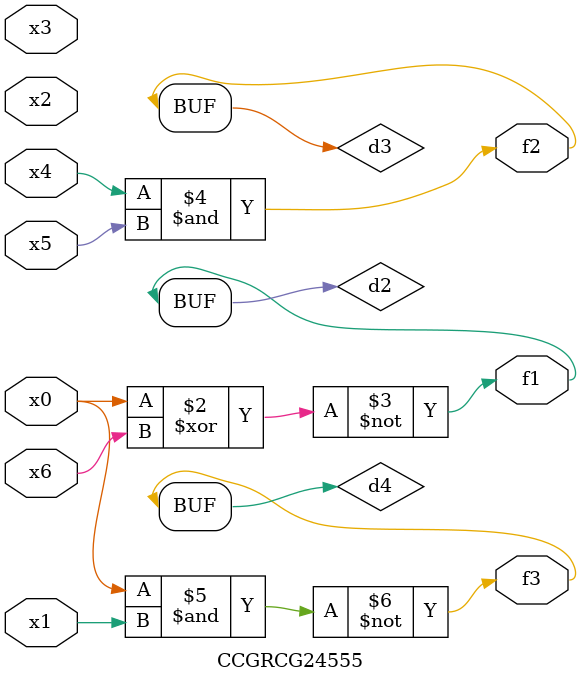
<source format=v>
module CCGRCG24555(
	input x0, x1, x2, x3, x4, x5, x6,
	output f1, f2, f3
);

	wire d1, d2, d3, d4;

	nor (d1, x0);
	xnor (d2, x0, x6);
	and (d3, x4, x5);
	nand (d4, x0, x1);
	assign f1 = d2;
	assign f2 = d3;
	assign f3 = d4;
endmodule

</source>
